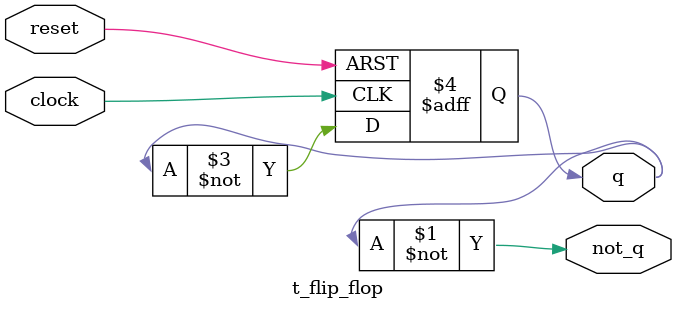
<source format=v>
/*
t_flip_flop.v

Authors: Nathaniel and Bayleigh
*/
module t_flip_flop
(
    input      reset, clock,
    output reg q,
    output     not_q
);
    assign not_q = ~q;
    
    always @(posedge clock or posedge reset) begin
        if (reset) begin
            q <= 0;
        end else begin
            q <= ~q;
        end
    end
endmodule
</source>
